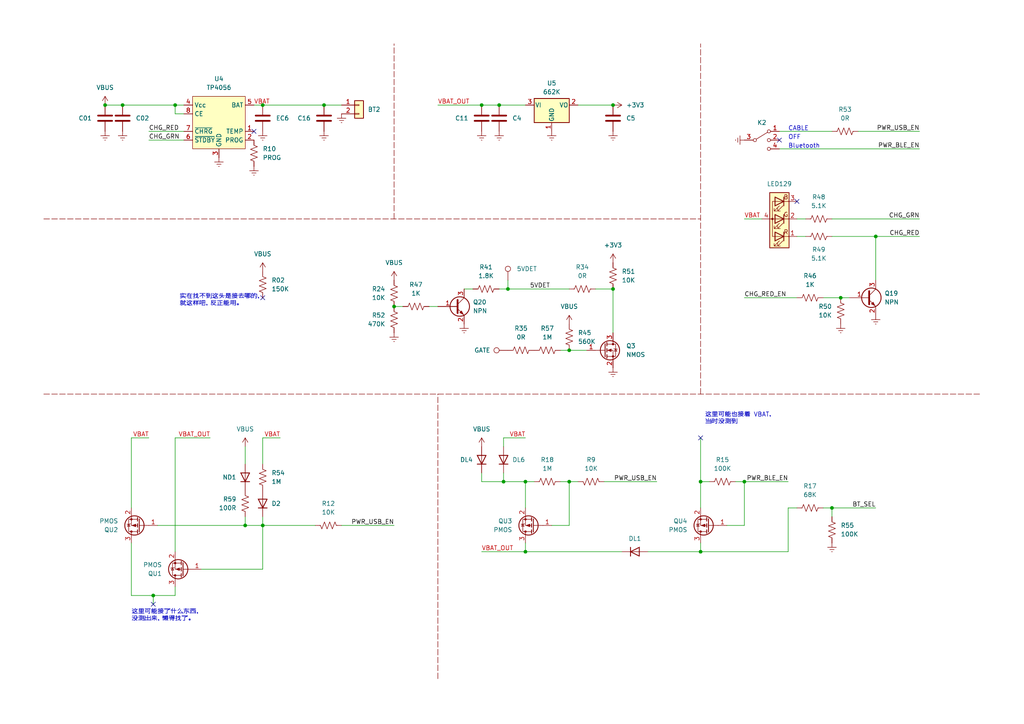
<source format=kicad_sch>
(kicad_sch (version 20230121) (generator eeschema)
  (paper "A4")
  (title_block (title "Keychron K3 Pro") (date "2023-07-04"))
  (lib_symbols
    (symbol "Connector:TestPoint" (pin_numbers hide) (pin_names (offset 0.762) hide)
      (property "Reference" "TP" (at 0 6.858 0))
      (property "Value" "TestPoint" (at 0 5.08 0))
      (symbol "TestPoint_0_1"
        (circle (center 0 3.302) (radius 0.762))
      )
      (symbol "TestPoint_1_1"
        (pin passive line (at 0 0 90) (length 2.54) (name "1") (number "1"))
      )
    )
    (symbol "Connector_Generic:Conn_01x02" (pin_names (offset 1.016) hide)
      (property "Reference" "J" (at 0 2.54 0))
      (property "Value" "Conn_01x02" (at 0 -5.08 0))
      (symbol "Conn_01x02_1_1"
        (rectangle (start -1.27 -2.413) (end 0 -2.667) (stroke (width 0.1524)))
        (rectangle (start -1.27 0.127) (end 0 -0.127) (stroke (width 0.1524)))
        (rectangle (start -1.27 1.27) (end 1.27 -3.81) (stroke (width 0.254)) (fill (type background)))
        (pin passive line (at -5.08 0 0) (length 3.81) (name "Pin_1") (number "1"))
        (pin passive line (at -5.08 -2.54 0) (length 3.81) (name "Pin_2") (number "2"))
      )
    )
    (symbol "Device:C" (pin_numbers hide) (pin_names (offset 0.254))
      (property "Reference" "C" (at 0.635 2.54 0))
      (property "Value" "C" (at 0.635 -2.54 0))
      (symbol "C_0_1"
        (polyline (pts (xy -2.032 -0.762) (xy 2.032 -0.762)) (stroke (width 0.508)))
        (polyline (pts (xy -2.032 0.762) (xy 2.032 0.762)) (stroke (width 0.508)))
      )
      (symbol "C_1_1"
        (pin passive line (at 0 3.81 270) (length 2.794) (name "~") (number "1"))
        (pin passive line (at 0 -3.81 90) (length 2.794) (name "~") (number "2"))
      )
    )
    (symbol "Device:D" (pin_numbers hide) (pin_names (offset 1.016) hide)
      (property "Reference" "D" (at 0 2.54 0))
      (property "Value" "D" (at 0 -2.54 0))
      (symbol "D_0_1"
        (polyline (pts (xy -1.27 1.27) (xy -1.27 -1.27)) (stroke (width 0.254)))
        (polyline (pts (xy 1.27 0) (xy -1.27 0)))
        (polyline (pts (xy 1.27 1.27) (xy 1.27 -1.27) (xy -1.27 0) (xy 1.27 1.27)) (stroke (width 0.254)))
      )
      (symbol "D_1_1"
        (pin passive line (at -3.81 0 0) (length 2.54) (name "K") (number "1"))
        (pin passive line (at 3.81 0 180) (length 2.54) (name "A") (number "2"))
      )
    )
    (symbol "Device:LED_RGBA" (pin_names (offset 0) hide)
      (property "Reference" "D" (at 0 9.398 0))
      (property "Value" "LED_RGBA" (at 0 -8.89 0))
      (symbol "LED_RGBA_0_0"
        (text "B" (at -1.905 -6.35 0) (effects (font (size 1.27 1.27))))
        (text "G" (at -1.905 -1.27 0) (effects (font (size 1.27 1.27))))
        (text "R" (at -1.905 3.81 0) (effects (font (size 1.27 1.27))))
      )
      (symbol "LED_RGBA_0_1"
        (polyline (pts (xy -1.27 -5.08) (xy -2.54 -5.08)))
        (polyline (pts (xy -1.27 -5.08) (xy 1.27 -5.08)))
        (polyline (pts (xy -1.27 -3.81) (xy -1.27 -6.35)) (stroke (width 0.254)))
        (polyline (pts (xy -1.27 0) (xy -2.54 0)))
        (polyline (pts (xy -1.27 1.27) (xy -1.27 -1.27)) (stroke (width 0.254)))
        (polyline (pts (xy -1.27 5.08) (xy -2.54 5.08)))
        (polyline (pts (xy -1.27 5.08) (xy 1.27 5.08)))
        (polyline (pts (xy -1.27 6.35) (xy -1.27 3.81)) (stroke (width 0.254)))
        (polyline (pts (xy 1.27 0) (xy -1.27 0)))
        (polyline (pts (xy 1.27 0) (xy 2.54 0)))
        (polyline (pts (xy -1.27 1.27) (xy -1.27 -1.27) (xy -1.27 -1.27)))
        (polyline (pts (xy -1.27 6.35) (xy -1.27 3.81) (xy -1.27 3.81)))
        (polyline (pts (xy 1.27 -5.08) (xy 2.032 -5.08) (xy 2.032 5.08) (xy 1.27 5.08)))
        (polyline (pts (xy 1.27 -3.81) (xy 1.27 -6.35) (xy -1.27 -5.08) (xy 1.27 -3.81)) (stroke (width 0.254)))
        (polyline (pts (xy 1.27 1.27) (xy 1.27 -1.27) (xy -1.27 0) (xy 1.27 1.27)) (stroke (width 0.254)))
        (polyline (pts (xy 1.27 6.35) (xy 1.27 3.81) (xy -1.27 5.08) (xy 1.27 6.35)) (stroke (width 0.254)))
        (polyline (pts (xy -1.016 -3.81) (xy 0.508 -2.286) (xy -0.254 -2.286) (xy 0.508 -2.286) (xy 0.508 -3.048)))
        (polyline (pts (xy -1.016 1.27) (xy 0.508 2.794) (xy -0.254 2.794) (xy 0.508 2.794) (xy 0.508 2.032)))
        (polyline (pts (xy -1.016 6.35) (xy 0.508 7.874) (xy -0.254 7.874) (xy 0.508 7.874) (xy 0.508 7.112)))
        (polyline (pts (xy 0 -3.81) (xy 1.524 -2.286) (xy 0.762 -2.286) (xy 1.524 -2.286) (xy 1.524 -3.048)))
        (polyline (pts (xy 0 1.27) (xy 1.524 2.794) (xy 0.762 2.794) (xy 1.524 2.794) (xy 1.524 2.032)))
        (polyline (pts (xy 0 6.35) (xy 1.524 7.874) (xy 0.762 7.874) (xy 1.524 7.874) (xy 1.524 7.112)))
        (rectangle (start 1.27 -1.27) (end 1.27 1.27))
        (rectangle (start 1.27 1.27) (end 1.27 1.27))
        (rectangle (start 1.27 3.81) (end 1.27 6.35))
        (rectangle (start 1.27 6.35) (end 1.27 6.35))
        (circle (center 2.032 0) (radius 0.254) (fill (type outline)))
        (rectangle (start 2.794 8.382) (end -2.794 -7.62) (stroke (width 0.254)) (fill (type background)))
      )
      (symbol "LED_RGBA_1_1"
        (pin passive line (at -5.08 5.08 0) (length 2.54) (name "RK") (number "1"))
        (pin passive line (at -5.08 0 0) (length 2.54) (name "GK") (number "2"))
        (pin passive line (at -5.08 -5.08 0) (length 2.54) (name "BK") (number "3"))
        (pin passive line (at 5.08 0 180) (length 2.54) (name "A") (number "4"))
      )
    )
    (symbol "Device:Q_NMOS_GSD" (pin_names (offset 0) hide)
      (property "Reference" "Q" (at 5.08 1.27 0))
      (property "Value" "Q_NMOS_GSD" (at 5.08 -1.27 0))
      (symbol "Q_NMOS_GSD_0_1"
        (polyline (pts (xy 0.254 0) (xy -2.54 0)))
        (polyline (pts (xy 0.254 1.905) (xy 0.254 -1.905)) (stroke (width 0.254)))
        (polyline (pts (xy 0.762 -1.27) (xy 0.762 -2.286)) (stroke (width 0.254)))
        (polyline (pts (xy 0.762 0.508) (xy 0.762 -0.508)) (stroke (width 0.254)))
        (polyline (pts (xy 0.762 2.286) (xy 0.762 1.27)) (stroke (width 0.254)))
        (polyline (pts (xy 2.54 2.54) (xy 2.54 1.778)))
        (polyline (pts (xy 2.54 -2.54) (xy 2.54 0) (xy 0.762 0)))
        (polyline (pts (xy 0.762 -1.778) (xy 3.302 -1.778) (xy 3.302 1.778) (xy 0.762 1.778)))
        (polyline (pts (xy 1.016 0) (xy 2.032 0.381) (xy 2.032 -0.381) (xy 1.016 0)) (fill (type outline)))
        (polyline (pts (xy 2.794 0.508) (xy 2.921 0.381) (xy 3.683 0.381) (xy 3.81 0.254)))
        (polyline (pts (xy 3.302 0.381) (xy 2.921 -0.254) (xy 3.683 -0.254) (xy 3.302 0.381)))
        (circle (center 1.651 0) (radius 2.794) (stroke (width 0.254)))
        (circle (center 2.54 -1.778) (radius 0.254) (fill (type outline)))
        (circle (center 2.54 1.778) (radius 0.254) (fill (type outline)))
      )
      (symbol "Q_NMOS_GSD_1_1"
        (pin input line (at -5.08 0 0) (length 2.54) (name "G") (number "1"))
        (pin passive line (at 2.54 -5.08 90) (length 2.54) (name "S") (number "2"))
        (pin passive line (at 2.54 5.08 270) (length 2.54) (name "D") (number "3"))
      )
    )
    (symbol "Device:Q_NPN_BEC" (pin_names (offset 0) hide)
      (property "Reference" "Q" (at 5.08 1.27 0))
      (property "Value" "Q_NPN_BEC" (at 5.08 -1.27 0))
      (symbol "Q_NPN_BEC_0_1"
        (polyline (pts (xy 0.635 0.635) (xy 2.54 2.54)))
        (polyline (pts (xy 0.635 -0.635) (xy 2.54 -2.54) (xy 2.54 -2.54)))
        (polyline (pts (xy 0.635 1.905) (xy 0.635 -1.905) (xy 0.635 -1.905)) (stroke (width 0.508)))
        (polyline (pts (xy 1.27 -1.778) (xy 1.778 -1.27) (xy 2.286 -2.286) (xy 1.27 -1.778) (xy 1.27 -1.778)) (fill (type outline)))
        (circle (center 1.27 0) (radius 2.8194) (stroke (width 0.254)))
      )
      (symbol "Q_NPN_BEC_1_1"
        (pin input line (at -5.08 0 0) (length 5.715) (name "B") (number "1"))
        (pin passive line (at 2.54 -5.08 90) (length 2.54) (name "E") (number "2"))
        (pin passive line (at 2.54 5.08 270) (length 2.54) (name "C") (number "3"))
      )
    )
    (symbol "Device:Q_PMOS_GSD" (pin_names (offset 0) hide)
      (property "Reference" "Q" (at 5.08 1.27 0))
      (property "Value" "Q_PMOS_GSD" (at 5.08 -1.27 0))
      (symbol "Q_PMOS_GSD_0_1"
        (polyline (pts (xy 0.254 0) (xy -2.54 0)))
        (polyline (pts (xy 0.254 1.905) (xy 0.254 -1.905)) (stroke (width 0.254)))
        (polyline (pts (xy 0.762 -1.27) (xy 0.762 -2.286)) (stroke (width 0.254)))
        (polyline (pts (xy 0.762 0.508) (xy 0.762 -0.508)) (stroke (width 0.254)))
        (polyline (pts (xy 0.762 2.286) (xy 0.762 1.27)) (stroke (width 0.254)))
        (polyline (pts (xy 2.54 2.54) (xy 2.54 1.778)))
        (polyline (pts (xy 2.54 -2.54) (xy 2.54 0) (xy 0.762 0)))
        (polyline (pts (xy 0.762 1.778) (xy 3.302 1.778) (xy 3.302 -1.778) (xy 0.762 -1.778)))
        (polyline (pts (xy 2.286 0) (xy 1.27 0.381) (xy 1.27 -0.381) (xy 2.286 0)) (fill (type outline)))
        (polyline (pts (xy 2.794 -0.508) (xy 2.921 -0.381) (xy 3.683 -0.381) (xy 3.81 -0.254)))
        (polyline (pts (xy 3.302 -0.381) (xy 2.921 0.254) (xy 3.683 0.254) (xy 3.302 -0.381)))
        (circle (center 1.651 0) (radius 2.794) (stroke (width 0.254)))
        (circle (center 2.54 -1.778) (radius 0.254) (fill (type outline)))
        (circle (center 2.54 1.778) (radius 0.254) (fill (type outline)))
      )
      (symbol "Q_PMOS_GSD_1_1"
        (pin input line (at -5.08 0 0) (length 2.54) (name "G") (number "1"))
        (pin passive line (at 2.54 -5.08 90) (length 2.54) (name "S") (number "2"))
        (pin passive line (at 2.54 5.08 270) (length 2.54) (name "D") (number "3"))
      )
    )
    (symbol "Device:R_US" (pin_numbers hide) (pin_names (offset 0))
      (property "Reference" "R" (at 2.54 0 90))
      (property "Value" "R_US" (at -2.54 0 90))
      (symbol "R_US_0_1"
        (polyline (pts (xy 0 -2.286) (xy 0 -2.54)))
        (polyline (pts (xy 0 2.286) (xy 0 2.54)))
        (polyline (pts (xy 0 -0.762) (xy 1.016 -1.143) (xy 0 -1.524) (xy -1.016 -1.905) (xy 0 -2.286)))
        (polyline (pts (xy 0 0.762) (xy 1.016 0.381) (xy 0 0) (xy -1.016 -0.381) (xy 0 -0.762)))
        (polyline (pts (xy 0 2.286) (xy 1.016 1.905) (xy 0 1.524) (xy -1.016 1.143) (xy 0 0.762)))
      )
      (symbol "R_US_1_1"
        (pin passive line (at 0 3.81 270) (length 1.27) (name "~") (number "1"))
        (pin passive line (at 0 -3.81 90) (length 1.27) (name "~") (number "2"))
      )
    )
    (symbol "JLC-SMT:TP4056"
      (property "Reference" "U" (at 0 11.43 0))
      (property "Value" "TP4056" (at 0 8.89 0))
      (symbol "TP4056_1_1"
        (rectangle (start -7.62 7.62) (end 7.62 -7.62) (fill (type background)))
        (pin input line (at 10.16 -2.54 180) (length 2.54) (name "TEMP") (number "1"))
        (pin passive line (at 10.16 -5.08 180) (length 2.54) (name "PROG") (number "2"))
        (pin power_in line (at 0 -10.16 90) (length 2.54) (name "GND") (number "3"))
        (pin power_in line (at -10.16 5.08 0) (length 2.54) (name "Vcc") (number "4"))
        (pin power_out line (at 10.16 5.08 180) (length 2.54) (name "BAT") (number "5"))
        (pin output line (at -10.16 -5.08 0) (length 2.54) (name "~{STDBY}") (number "6"))
        (pin output line (at -10.16 -2.54 0) (length 2.54) (name "~{CHRG}") (number "7"))
        (pin input line (at -10.16 2.54 0) (length 2.54) (name "CE") (number "8"))
      )
    )
    (symbol "Regulator_Linear:XC6206PxxxMR" (pin_names (offset 0.254))
      (property "Reference" "U" (at -3.81 3.175 0))
      (property "Value" "XC6206PxxxMR" (at 0 3.175 0))
      (symbol "XC6206PxxxMR_0_1"
        (rectangle (start -5.08 1.905) (end 5.08 -5.08) (stroke (width 0.254)) (fill (type background)))
      )
      (symbol "XC6206PxxxMR_1_1"
        (pin power_in line (at 0 -7.62 90) (length 2.54) (name "GND") (number "1"))
        (pin power_out line (at 7.62 0 180) (length 2.54) (name "VO") (number "2"))
        (pin power_in line (at -7.62 0 0) (length 2.54) (name "VI") (number "3"))
      )
    )
    (symbol "Switch:SW_SP3T" (pin_names (offset 0) hide)
      (property "Reference" "SW" (at 0 5.08 0))
      (property "Value" "SW_SP3T" (at 0 -5.08 0))
      (symbol "SW_SP3T_0_1"
        (circle (center -2.032 0) (radius 0.4572))
        (polyline (pts (xy -1.651 0.254) (xy 1.651 2.286)))
        (circle (center 2.032 -2.54) (radius 0.4572))
        (circle (center 2.032 0) (radius 0.4572))
        (circle (center 2.032 2.54) (radius 0.4572))
      )
      (symbol "SW_SP3T_1_1"
        (pin passive line (at 5.08 2.54 180) (length 2.54) (name "1") (number "1"))
        (pin passive line (at 5.08 0 180) (length 2.54) (name "2") (number "2"))
        (pin passive line (at -5.08 0 0) (length 2.54) (name "3") (number "3"))
        (pin passive line (at 5.08 -2.54 180) (length 2.54) (name "4") (number "4"))
      )
    )
    (symbol "power:+3V3" (power) (pin_names (offset 0))
      (property "Value" "+3V3" (at 0 3.556 0))
      (symbol "+3V3_0_1"
        (polyline (pts (xy -0.762 1.27) (xy 0 2.54)))
        (polyline (pts (xy 0 0) (xy 0 2.54)))
        (polyline (pts (xy 0 2.54) (xy 0.762 1.27)))
      )
      (symbol "+3V3_1_1"
        (pin power_in line (at 0 0 90) (length 0) hide (name "+3V3") (number "1"))
      )
    )
    (symbol "power:GNDREF" (power) (pin_names (offset 0))
      (property "Value" "GNDREF" (at 0 -3.81 0))
      (symbol "GNDREF_0_1"
        (polyline (pts (xy -0.635 -1.905) (xy 0.635 -1.905)))
        (polyline (pts (xy -0.127 -2.54) (xy 0.127 -2.54)))
        (polyline (pts (xy 0 -1.27) (xy 0 0)))
        (polyline (pts (xy 1.27 -1.27) (xy -1.27 -1.27)))
      )
      (symbol "GNDREF_1_1"
        (pin power_in line (at 0 0 270) (length 0) hide (name "GNDREF") (number "1"))
      )
    )
    (symbol "power:VBUS" (power) (pin_names (offset 0))
      (property "Value" "VBUS" (at 0 3.81 0))
      (symbol "VBUS_0_1"
        (polyline (pts (xy -0.762 1.27) (xy 0 2.54)))
        (polyline (pts (xy 0 0) (xy 0 2.54)))
        (polyline (pts (xy 0 2.54) (xy 0.762 1.27)))
      )
      (symbol "VBUS_1_1"
        (pin power_in line (at 0 0 90) (length 0) hide (name "VBUS") (number "1"))
      )
    )
  )
  (junction (at 76.2 30.48))
  (junction (at 144.78 30.48))
  (junction (at 139.7 30.48))
  (junction (at 177.8 30.48))
  (junction (at 44.45 172.72))
  (junction (at 35.56 30.48))
  (junction (at 50.8 30.48))
  (junction (at 71.12 152.4))
  (junction (at 147.32 83.82))
  (junction (at 243.84 86.36))
  (junction (at 203.2 160.02))
  (junction (at 93.98 30.48))
  (junction (at 114.3 88.9))
  (junction (at 146.05 139.7))
  (junction (at 165.1 101.6))
  (junction (at 30.48 30.48))
  (junction (at 76.2 152.4))
  (junction (at 254 68.58))
  (junction (at 152.4 160.02))
  (junction (at 165.1 139.7))
  (junction (at 177.8 83.82))
  (junction (at 152.4 139.7))
  (junction (at 203.2 139.7))
  (junction (at 241.3 147.32))
  (junction (at 215.9 139.7))
  (no_connect (at 231.14 58.42))
  (no_connect (at 226.06 40.64))
  (no_connect (at 44.45 175.26))
  (no_connect (at 73.66 38.1))
  (no_connect (at 76.2 86.36))
  (no_connect (at 203.2 127))
  (wire (pts (xy 76.2 152.4) (xy 76.2 165.1)))
  (wire (pts (xy 203.2 127) (xy 203.2 139.7)))
  (wire (pts (xy 71.12 149.86) (xy 71.12 152.4)))
  (wire (pts (xy 233.68 63.5) (xy 231.14 63.5)))
  (wire (pts (xy 76.2 127) (xy 81.28 127)))
  (wire (pts (xy 144.78 83.82) (xy 147.32 83.82)))
  (wire (pts (xy 38.1 127) (xy 43.18 127)))
  (wire (pts (xy 58.42 165.1) (xy 76.2 165.1)))
  (wire (pts (xy 76.2 149.86) (xy 76.2 152.4)))
  (wire (pts (xy 152.4 160.02) (xy 180.34 160.02)))
  (wire (pts (xy 114.3 88.9) (xy 116.84 88.9)))
  (wire (pts (xy 228.6 147.32) (xy 228.6 160.02)))
  (wire (pts (xy 215.9 86.36) (xy 231.14 86.36)))
  (wire (pts (xy 215.9 139.7) (xy 228.6 139.7)))
  (wire (pts (xy 45.72 152.4) (xy 71.12 152.4)))
  (wire (pts (xy 73.66 30.48) (xy 76.2 30.48)))
  (wire (pts (xy 76.2 134.62) (xy 76.2 127)))
  (wire (pts (xy 114.3 152.4) (xy 99.06 152.4)))
  (wire (pts (xy 154.94 139.7) (xy 152.4 139.7)))
  (wire (pts (xy 254 68.58) (xy 266.7 68.58)))
  (polyline (pts (xy 12.7 63.5) (xy 203.2 63.5)) (stroke (width 0) (type dash) (color 132 0 0 1)))
  (polyline (pts (xy 203.2 114.3) (xy 203.2 12.7)) (stroke (width 0) (type dash) (color 132 0 0 1)))
  (polyline (pts (xy 12.7 114.3) (xy 284.48 114.3)) (stroke (width 0) (type dash) (color 132 0 0 1)))
  (wire (pts (xy 226.06 43.18) (xy 266.7 43.18)))
  (wire (pts (xy 241.3 147.32) (xy 254 147.32)))
  (wire (pts (xy 190.5 139.7) (xy 175.26 139.7)))
  (wire (pts (xy 44.45 172.72) (xy 50.8 172.72)))
  (wire (pts (xy 50.8 30.48) (xy 53.34 30.48)))
  (wire (pts (xy 71.12 129.54) (xy 71.12 134.62)))
  (wire (pts (xy 134.62 83.82) (xy 137.16 83.82)))
  (wire (pts (xy 146.05 137.16) (xy 146.05 139.7)))
  (wire (pts (xy 162.56 101.6) (xy 165.1 101.6)))
  (polyline (pts (xy 127 196.85) (xy 127 114.3)) (stroke (width 0) (type dash) (color 132 0 0 1)))
  (wire (pts (xy 165.1 139.7) (xy 165.1 152.4)))
  (wire (pts (xy 139.7 30.48) (xy 144.78 30.48)))
  (wire (pts (xy 139.7 137.16) (xy 139.7 139.7)))
  (wire (pts (xy 165.1 152.4) (xy 160.02 152.4)))
  (wire (pts (xy 233.68 68.58) (xy 231.14 68.58)))
  (wire (pts (xy 246.38 86.36) (xy 243.84 86.36)))
  (wire (pts (xy 187.96 160.02) (xy 203.2 160.02)))
  (wire (pts (xy 152.4 127) (xy 146.05 127)))
  (wire (pts (xy 38.1 157.48) (xy 38.1 172.72)))
  (wire (pts (xy 43.18 40.64) (xy 53.34 40.64)))
  (polyline (pts (xy 114.3 63.5) (xy 114.3 12.7)) (stroke (width 0) (type dash) (color 132 0 0 1)))
  (wire (pts (xy 213.36 139.7) (xy 215.9 139.7)))
  (wire (pts (xy 203.2 160.02) (xy 228.6 160.02)))
  (wire (pts (xy 50.8 33.02) (xy 50.8 30.48)))
  (wire (pts (xy 144.78 30.48) (xy 152.4 30.48)))
  (wire (pts (xy 127 30.48) (xy 139.7 30.48)))
  (wire (pts (xy 165.1 139.7) (xy 162.56 139.7)))
  (wire (pts (xy 93.98 30.48) (xy 99.06 30.48)))
  (wire (pts (xy 165.1 101.6) (xy 170.18 101.6)))
  (wire (pts (xy 76.2 30.48) (xy 93.98 30.48)))
  (wire (pts (xy 238.76 147.32) (xy 241.3 147.32)))
  (wire (pts (xy 203.2 157.48) (xy 203.2 160.02)))
  (wire (pts (xy 203.2 139.7) (xy 203.2 147.32)))
  (wire (pts (xy 152.4 157.48) (xy 152.4 160.02)))
  (wire (pts (xy 147.32 83.82) (xy 165.1 83.82)))
  (wire (pts (xy 91.44 152.4) (xy 76.2 152.4)))
  (wire (pts (xy 241.3 63.5) (xy 266.7 63.5)))
  (wire (pts (xy 177.8 83.82) (xy 177.8 96.52)))
  (wire (pts (xy 139.7 139.7) (xy 146.05 139.7)))
  (wire (pts (xy 43.18 38.1) (xy 53.34 38.1)))
  (wire (pts (xy 38.1 127) (xy 38.1 147.32)))
  (wire (pts (xy 203.2 139.7) (xy 205.74 139.7)))
  (wire (pts (xy 50.8 127) (xy 60.96 127)))
  (wire (pts (xy 248.92 38.1) (xy 266.7 38.1)))
  (wire (pts (xy 228.6 147.32) (xy 231.14 147.32)))
  (wire (pts (xy 139.7 160.02) (xy 152.4 160.02)))
  (wire (pts (xy 44.45 172.72) (xy 44.45 175.26)))
  (wire (pts (xy 226.06 38.1) (xy 241.3 38.1)))
  (wire (pts (xy 50.8 127) (xy 50.8 160.02)))
  (wire (pts (xy 35.56 30.48) (xy 50.8 30.48)))
  (wire (pts (xy 254 68.58) (xy 254 81.28)))
  (wire (pts (xy 38.1 172.72) (xy 44.45 172.72)))
  (wire (pts (xy 238.76 86.36) (xy 243.84 86.36)))
  (wire (pts (xy 146.05 129.54) (xy 146.05 127)))
  (wire (pts (xy 30.48 30.48) (xy 35.56 30.48)))
  (wire (pts (xy 167.64 30.48) (xy 177.8 30.48)))
  (wire (pts (xy 71.12 152.4) (xy 76.2 152.4)))
  (wire (pts (xy 53.34 33.02) (xy 50.8 33.02)))
  (wire (pts (xy 210.82 152.4) (xy 215.9 152.4)))
  (wire (pts (xy 172.72 83.82) (xy 177.8 83.82)))
  (wire (pts (xy 147.32 81.28) (xy 147.32 83.82)))
  (wire (pts (xy 146.05 139.7) (xy 152.4 139.7)))
  (wire (pts (xy 241.3 68.58) (xy 254 68.58)))
  (wire (pts (xy 215.9 139.7) (xy 215.9 152.4)))
  (wire (pts (xy 167.64 139.7) (xy 165.1 139.7)))
  (wire (pts (xy 50.8 172.72) (xy 50.8 170.18)))
  (wire (pts (xy 152.4 139.7) (xy 152.4 147.32)))
  (wire (pts (xy 241.3 149.86) (xy 241.3 147.32)))
  (wire (pts (xy 215.9 63.5) (xy 220.98 63.5)))
  (wire (pts (xy 124.46 88.9) (xy 127 88.9)))
  (text "实在找不到这头是接去哪的，\n就这样吧，反正能用。" (at 52.07 88.9 0) (effects (font (size 1.27 1.27)) (justify left bottom)))
  (text "OFF" (at 228.6 40.64 0) (effects (font (size 1.27 1.27)) (justify left bottom)))
  (text "这里可能也接着 VBAT，\n当时没测到" (at 204.47 123.19 0) (effects (font (size 1.27 1.27)) (justify left bottom)))
  (text "CABLE" (at 228.6 38.1 0) (effects (font (size 1.27 1.27)) (justify left bottom)))
  (text "Bluetooth" (at 228.6 43.18 0) (effects (font (size 1.27 1.27)) (justify left bottom)))
  (text "这里可能接了什么东西，\n没测出来，懒得找了。" (at 38.1 180.34 0) (effects (font (size 1.27 1.27)) (justify left bottom)))
  (label "BT_SEL" (at 254 147.32 180))
  (label "CHG_RED" (at 43.18 38.1 0))
  (label "VBAT" (at 43.18 127 180))
  (label "CHG_RED" (at 266.7 68.58 180))
  (label "VBAT" (at 81.28 127 180))
  (label "PWR_USB_EN" (at 266.7 38.1 180))
  (label "CHG_GRN" (at 43.18 40.64 0))
  (label "5VDET" (at 153.67 83.82 0))
  (label "PWR_USB_EN" (at 114.3 152.4 180))
  (label "PWR_USB_EN" (at 190.5 139.7 180))
  (label "CHG_GRN" (at 266.7 63.5 180))
  (label "VBAT" (at 73.66 30.48 0))
  (label "CHG_RED_EN" (at 215.9 86.36 0))
  (label "VBAT_OUT" (at 60.96 127 180))
  (label "VBAT_OUT" (at 127 30.48 0))
  (label "VBAT" (at 152.4 127 180))
  (label "PWR_BLE_EN" (at 228.6 139.7 180))
  (label "VBAT_OUT" (at 139.7 160.02 0))
  (label "VBAT" (at 215.9 63.5 0))
  (label "PWR_BLE_EN" (at 266.7 43.18 180))
  (symbol (lib_id "power:GNDREF") (at 76.2 38.1 0) (unit 1)
    (property "Reference" "#PWR03" (effects hide))
    (property "Value" "GNDREF" (effects hide))
    (instances (project "K3PRO" (path "" (reference "#PWR03") (unit 1)) (path "" (reference "#PWR062") (unit 1))))
  )
  (symbol (lib_id "Device:R_US") (at 237.49 68.58 90) (unit 1)
    (property "Reference" "R49" (at 237.49 72.39 90))
    (property "Value" "5.1K" (at 237.49 74.93 90))
  )
  (symbol (lib_id "Switch:SW_SP3T") (at 220.98 40.64 0) (unit 1)
    (property "Reference" "K2" (at 220.98 35.56 0))
    (property "Value" "SW_SP3T" (effects hide))
  )
  (symbol (lib_id "Device:D") (at 139.7 133.35 90) (unit 1)
    (property "Reference" "DL4" (at 137.16 133.35 90) (effects (justify left)))
    (property "Value" "D" (effects hide))
    (property "Sim.Device" "D" (effects hide))
    (property "Sim.Pins" "1=K 2=A" (effects hide))
  )
  (symbol (lib_id "power:GNDREF") (at 177.8 106.68 0) (unit 1)
    (property "Reference" "#PWR03" (effects hide))
    (property "Value" "GNDREF" (effects hide))
    (instances (project "K3PRO" (path "" (reference "#PWR03") (unit 1)) (path "" (reference "#PWR084") (unit 1))))
  )
  (symbol (lib_id "Regulator_Linear:XC6206PxxxMR") (at 160.02 30.48 0) (unit 1)
    (property "Reference" "U5" (at 160.02 24.13 0))
    (property "Value" "662K" (at 160.02 26.67 0))
    (property "Footprint" "Package_TO_SOT_SMD:SOT-23-3" (effects hide))
    (property "Datasheet" "https://www.torexsemi.com/file/xc6206/XC6206.pdf" (effects hide))
  )
  (symbol (lib_id "power:+3V3") (at 177.8 76.2 0) (unit 1)
    (property "Reference" "#PWR086" (effects hide))
    (property "Value" "+3V3" (at 177.8 71.12 0))
  )
  (symbol (lib_id "power:VBUS") (at 114.3 81.28 0) (unit 1)
    (property "Reference" "#PWR088" (effects hide))
    (property "Value" "VBUS" (at 114.3 76.2 0))
  )
  (symbol (lib_id "Device:D") (at 184.15 160.02 0) (unit 1)
    (property "Reference" "DL1" (at 184.15 156.21 0))
    (property "Value" "D" (effects hide))
    (property "Sim.Device" "D" (effects hide))
    (property "Sim.Pins" "1=K 2=A" (effects hide))
  )
  (symbol (lib_id "Device:R_US") (at 241.3 153.67 180) (unit 1)
    (property "Reference" "R55" (at 243.84 152.4 0) (effects (justify right)))
    (property "Value" "100K" (at 243.84 154.94 0) (effects (justify right)))
  )
  (symbol (lib_id "Device:R_US") (at 177.8 80.01 180) (unit 1)
    (property "Reference" "R51" (at 180.34 78.74 0) (effects (justify right)))
    (property "Value" "10K" (at 180.34 81.28 0) (effects (justify right)))
  )
  (symbol (lib_id "Device:R_US") (at 114.3 92.71 0) (unit 1)
    (property "Reference" "R52" (at 111.76 91.44 0) (effects (justify right)))
    (property "Value" "470K" (at 111.76 93.98 0) (effects (justify right)))
  )
  (symbol (lib_id "Device:R_US") (at 76.2 82.55 0) (unit 1)
    (property "Reference" "R02" (at 78.74 81.28 0) (effects (justify left)))
    (property "Value" "150K" (at 78.74 83.82 0) (effects (justify left)))
  )
  (symbol (lib_id "power:GNDREF") (at 35.56 38.1 0) (unit 1)
    (property "Reference" "#PWR03" (effects hide))
    (property "Value" "GNDREF" (effects hide))
    (instances (project "K3PRO" (path "" (reference "#PWR03") (unit 1)) (path "" (reference "#PWR065") (unit 1))))
  )
  (symbol (lib_id "power:GNDREF") (at 160.02 38.1 0) (unit 1)
    (property "Reference" "#PWR071" (effects hide))
    (property "Value" "GNDREF" (effects hide))
    (instances (project "K3PRO" (path "" (reference "#PWR071") (unit 1)) (path "" (reference "#PWR077") (unit 1))))
  )
  (symbol (lib_id "Device:R_US") (at 76.2 138.43 180) (unit 1)
    (property "Reference" "R54" (at 78.74 137.16 0) (effects (justify right)))
    (property "Value" "1M" (at 78.74 139.7 0) (effects (justify right)))
  )
  (symbol (lib_id "Device:R_US") (at 234.95 86.36 90) (unit 1)
    (property "Reference" "R46" (at 234.95 80.01 90))
    (property "Value" "1K" (at 234.95 82.55 90))
  )
  (symbol (lib_id "Device:R_US") (at 120.65 88.9 270) (unit 1)
    (property "Reference" "R47" (at 120.65 82.55 90))
    (property "Value" "1K" (at 120.65 85.09 90))
  )
  (symbol (lib_id "Device:R_US") (at 234.95 147.32 90) (unit 1)
    (property "Reference" "R17" (at 234.95 140.97 90))
    (property "Value" "68K" (at 234.95 143.51 90))
  )
  (symbol (lib_id "power:VBUS") (at 139.7 129.54 0) (unit 1)
    (property "Reference" "#PWR094" (effects hide))
    (property "Value" "VBUS" (at 139.7 124.46 0))
  )
  (symbol (lib_id "power:VBUS") (at 71.12 129.54 0) (unit 1)
    (property "Reference" "#PWR039" (effects hide))
    (property "Value" "VBUS" (at 71.12 124.46 0))
  )
  (symbol (lib_id "Device:R_US") (at 71.12 146.05 180) (unit 1)
    (property "Reference" "R59" (at 68.58 144.78 0) (effects (justify left)))
    (property "Value" "100R" (at 68.58 147.32 0) (effects (justify left)))
  )
  (symbol (lib_id "Device:Q_PMOS_GSD") (at 154.94 152.4 180) (unit 1)
    (property "Reference" "QU3" (at 148.59 151.13 0) (effects (justify left)))
    (property "Value" "PMOS" (at 148.59 153.67 0) (effects (justify left)))
  )
  (symbol (lib_id "power:GNDREF") (at 177.8 38.1 0) (unit 1)
    (property "Reference" "#PWR074" (effects hide))
    (property "Value" "GNDREF" (effects hide))
    (instances (project "K3PRO" (path "" (reference "#PWR074") (unit 1)) (path "" (reference "#PWR095") (unit 1))))
  )
  (symbol (lib_id "power:GNDREF") (at 99.06 33.02 0) (unit 1)
    (property "Reference" "#PWR03" (effects hide))
    (property "Value" "GNDREF" (effects hide))
    (instances (project "K3PRO" (path "" (reference "#PWR03") (unit 1)) (path "" (reference "#PWR060") (unit 1))))
  )
  (symbol (lib_id "Device:R_US") (at 158.75 139.7 90) (unit 1)
    (property "Reference" "R18" (at 158.75 133.35 90))
    (property "Value" "1M" (at 158.75 135.89 90))
  )
  (symbol (lib_id "power:GNDREF") (at 254 91.44 0) (unit 1)
    (property "Reference" "#PWR03" (effects hide))
    (property "Value" "GNDREF" (effects hide))
    (instances (project "K3PRO" (path "" (reference "#PWR03") (unit 1)) (path "" (reference "#PWR092") (unit 1))))
  )
  (symbol (lib_id "power:VBUS") (at 76.2 78.74 0) (unit 1)
    (property "Reference" "#PWR089" (effects hide))
    (property "Value" "VBUS" (at 76.2 73.66 0))
  )
  (symbol (lib_id "power:GNDREF") (at 114.3 96.52 0) (unit 1)
    (property "Reference" "#PWR03" (effects hide))
    (property "Value" "GNDREF" (effects hide))
    (instances (project "K3PRO" (path "" (reference "#PWR03") (unit 1)) (path "" (reference "#PWR090") (unit 1))))
  )
  (symbol (lib_id "Connector:TestPoint") (at 147.32 81.28 0) (unit 1)
    (property "Reference" "TP4" (effects hide))
    (property "Value" "5VDET" (at 149.86 77.978 0) (effects (justify left)))
  )
  (symbol (lib_id "power:VBUS") (at 165.1 93.98 0) (unit 1)
    (property "Reference" "#PWR085" (effects hide))
    (property "Value" "VBUS" (at 165.1 88.9 0))
  )
  (symbol (lib_id "Device:R_US") (at 243.84 90.17 0) (unit 1)
    (property "Reference" "R50" (at 241.3 88.9 0) (effects (justify right)))
    (property "Value" "10K" (at 241.3 91.44 0) (effects (justify right)))
  )
  (symbol (lib_id "Device:LED_RGBA") (at 226.06 63.5 180) (unit 1)
    (property "Reference" "LED129" (at 226.06 53.34 0))
    (property "Value" "LED_RGBA" (effects hide))
  )
  (symbol (lib_id "power:GNDREF") (at 73.66 48.26 0) (unit 1)
    (property "Reference" "#PWR03" (effects hide))
    (property "Value" "GNDREF" (effects hide))
    (instances (project "K3PRO" (path "" (reference "#PWR03") (unit 1)) (path "" (reference "#PWR067") (unit 1))))
  )
  (symbol (lib_id "Device:Q_PMOS_GSD") (at 53.34 165.1 180) (unit 1)
    (property "Reference" "QU1" (at 46.99 166.37 0) (effects (justify left)))
    (property "Value" "PMOS" (at 46.99 163.83 0) (effects (justify left)))
  )
  (symbol (lib_id "Device:R_US") (at 95.25 152.4 90) (mirror x) (unit 1)
    (property "Reference" "R12" (at 95.25 146.05 90))
    (property "Value" "10K" (at 95.25 148.59 90))
  )
  (symbol (lib_id "Connector:TestPoint") (at 147.32 101.6 90) (unit 1)
    (property "Reference" "TP1" (effects hide))
    (property "Value" "GATE" (at 142.24 101.6 90) (effects (justify left)))
  )
  (symbol (lib_id "power:GNDREF") (at 93.98 38.1 0) (unit 1)
    (property "Reference" "#PWR03" (effects hide))
    (property "Value" "GNDREF" (effects hide))
    (instances (project "K3PRO" (path "" (reference "#PWR03") (unit 1)) (path "" (reference "#PWR061") (unit 1))))
  )
  (symbol (lib_id "power:GNDREF") (at 144.78 38.1 0) (unit 1)
    (property "Reference" "#PWR073" (effects hide))
    (property "Value" "GNDREF" (effects hide))
    (instances (project "K3PRO" (path "" (reference "#PWR073") (unit 1)) (path "" (reference "#PWR042") (unit 1))))
  )
  (symbol (lib_id "Device:R_US") (at 151.13 101.6 270) (unit 1)
    (property "Reference" "R35" (at 151.13 95.25 90))
    (property "Value" "0R" (at 151.13 97.79 90))
  )
  (symbol (lib_id "Device:C") (at 35.56 34.29 0) (unit 1)
    (property "Reference" "C02" (at 39.37 34.29 0) (effects (justify left)))
    (property "Value" "C" (effects hide))
  )
  (symbol (lib_id "power:GNDREF") (at 139.7 38.1 0) (unit 1)
    (property "Reference" "#PWR072" (effects hide))
    (property "Value" "GNDREF" (effects hide))
    (instances (project "K3PRO" (path "" (reference "#PWR072") (unit 1)) (path "" (reference "#PWR040") (unit 1))))
  )
  (symbol (lib_id "Device:C") (at 76.2 34.29 0) (unit 1)
    (property "Reference" "EC6" (at 80.01 34.29 0) (effects (justify left)))
    (property "Value" "C" (effects hide))
  )
  (symbol (lib_id "power:+3V3") (at 177.8 30.48 270) (unit 1)
    (property "Reference" "#PWR075" (effects hide))
    (property "Value" "+3V3" (at 181.61 30.48 90) (effects (justify left)))
    (instances (project "K3PRO" (path "" (reference "#PWR075") (unit 1)) (path "" (reference "#PWR078") (unit 1))))
  )
  (symbol (lib_id "Device:R_US") (at 237.49 63.5 90) (unit 1)
    (property "Reference" "R48" (at 237.49 57.15 90))
    (property "Value" "5.1K" (at 237.49 59.69 90))
  )
  (symbol (lib_id "Device:R_US") (at 171.45 139.7 90) (mirror x) (unit 1)
    (property "Reference" "R9" (at 171.45 133.35 90))
    (property "Value" "10K" (at 171.45 135.89 90))
  )
  (symbol (lib_id "Device:R_US") (at 245.11 38.1 90) (unit 1)
    (property "Reference" "R53" (at 245.11 31.75 90))
    (property "Value" "0R" (at 245.11 34.29 90))
  )
  (symbol (lib_id "power:VBUS") (at 30.48 30.48 0) (unit 1)
    (property "Reference" "#PWR063" (effects hide))
    (property "Value" "VBUS" (at 30.48 25.4 0))
  )
  (symbol (lib_id "Device:R_US") (at 114.3 85.09 0) (unit 1)
    (property "Reference" "R24" (at 111.76 83.82 0) (effects (justify right)))
    (property "Value" "10K" (at 111.76 86.36 0) (effects (justify right)))
  )
  (symbol (lib_id "Device:R_US") (at 140.97 83.82 270) (unit 1)
    (property "Reference" "R41" (at 140.97 77.47 90))
    (property "Value" "1.8K" (at 140.97 80.01 90))
  )
  (symbol (lib_id "Device:C") (at 177.8 34.29 180) (unit 1)
    (property "Reference" "C5" (at 181.61 34.29 0) (effects (justify right)))
    (property "Value" "C" (effects hide))
  )
  (symbol (lib_id "Device:D") (at 76.2 146.05 90) (unit 1)
    (property "Reference" "D2" (at 78.74 146.05 90) (effects (justify right)))
    (property "Value" "D" (effects hide))
    (property "Sim.Device" "D" (effects hide))
    (property "Sim.Pins" "1=K 2=A" (effects hide))
  )
  (symbol (lib_id "Device:C") (at 30.48 34.29 0) (unit 1)
    (property "Reference" "C01" (at 26.67 34.29 0) (effects (justify right)))
    (property "Value" "C" (effects hide))
  )
  (symbol (lib_id "Device:Q_NMOS_GSD") (at 175.26 101.6 0) (unit 1)
    (property "Reference" "Q3" (at 181.61 100.33 0) (effects (justify left)))
    (property "Value" "NMOS" (at 181.61 102.87 0) (effects (justify left)))
  )
  (symbol (lib_id "power:GNDREF") (at 134.62 93.98 0) (unit 1)
    (property "Reference" "#PWR03" (effects hide))
    (property "Value" "GNDREF" (effects hide))
    (instances (project "K3PRO" (path "" (reference "#PWR03") (unit 1)) (path "" (reference "#PWR087") (unit 1))))
  )
  (symbol (lib_id "Device:C") (at 93.98 34.29 0) (unit 1)
    (property "Reference" "C16" (at 90.17 34.29 0) (effects (justify right)))
    (property "Value" "C" (effects hide))
  )
  (symbol (lib_id "Device:Q_NPN_BEC") (at 251.46 86.36 0) (unit 1)
    (property "Reference" "Q19" (at 256.54 85.09 0) (effects (justify left)))
    (property "Value" "NPN" (at 256.54 87.63 0) (effects (justify left)))
  )
  (symbol (lib_id "Device:D") (at 71.12 138.43 90) (unit 1)
    (property "Reference" "ND1" (at 68.58 138.43 90) (effects (justify left)))
    (property "Value" "D" (effects hide))
    (property "Sim.Device" "D" (effects hide))
    (property "Sim.Pins" "1=K 2=A" (effects hide))
    (instances (project "K3PRO" (path "" (reference "ND1") (unit 1)) (path "" (reference "DL5") (unit 1))))
  )
  (symbol (lib_id "Device:R_US") (at 165.1 97.79 0) (unit 1)
    (property "Reference" "R45" (at 167.64 96.52 0) (effects (justify left)))
    (property "Value" "560K" (at 167.64 99.06 0) (effects (justify left)))
  )
  (symbol (lib_id "Device:R_US") (at 209.55 139.7 90) (unit 1)
    (property "Reference" "R15" (at 209.55 133.35 90))
    (property "Value" "100K" (at 209.55 135.89 90))
  )
  (symbol (lib_id "power:GNDREF") (at 30.48 38.1 0) (unit 1)
    (property "Reference" "#PWR03" (effects hide))
    (property "Value" "GNDREF" (effects hide))
    (instances (project "K3PRO" (path "" (reference "#PWR03") (unit 1)) (path "" (reference "#PWR064") (unit 1))))
  )
  (symbol (lib_id "power:GNDREF") (at 215.9 40.64 270) (unit 1)
    (property "Reference" "#PWR083" (effects hide))
    (property "Value" "GNDREF" (effects hide))
  )
  (symbol (lib_id "Connector_Generic:Conn_01x02") (at 104.14 30.48 0) (unit 1)
    (property "Reference" "BT2" (at 106.68 31.75 0) (effects (justify left)))
    (property "Value" "Conn_01x02" (effects hide))
  )
  (symbol (lib_id "Device:Q_NPN_BEC") (at 132.08 88.9 0) (unit 1)
    (property "Reference" "Q20" (at 137.16 87.63 0) (effects (justify left)))
    (property "Value" "NPN" (at 137.16 90.17 0) (effects (justify left)))
  )
  (symbol (lib_id "power:GNDREF") (at 63.5 45.72 0) (unit 1)
    (property "Reference" "#PWR03" (effects hide))
    (property "Value" "GNDREF" (effects hide))
    (instances (project "K3PRO" (path "" (reference "#PWR03") (unit 1)) (path "" (reference "#PWR066") (unit 1))))
  )
  (symbol (lib_id "Device:Q_PMOS_GSD") (at 40.64 152.4 180) (unit 1)
    (property "Reference" "QU2" (at 34.29 153.67 0) (effects (justify left)))
    (property "Value" "PMOS" (at 34.29 151.13 0) (effects (justify left)))
  )
  (symbol (lib_id "Device:R_US") (at 168.91 83.82 270) (unit 1)
    (property "Reference" "R34" (at 168.91 77.47 90))
    (property "Value" "0R" (at 168.91 80.01 90))
  )
  (symbol (lib_id "Device:R_US") (at 73.66 44.45 0) (unit 1)
    (property "Reference" "R10" (at 76.2 43.18 0) (effects (justify left)))
    (property "Value" "PROG" (at 76.2 45.72 0) (effects (justify left)))
  )
  (symbol (lib_id "power:GNDREF") (at 243.84 93.98 0) (unit 1)
    (property "Reference" "#PWR03" (effects hide))
    (property "Value" "GNDREF" (effects hide))
    (instances (project "K3PRO" (path "" (reference "#PWR03") (unit 1)) (path "" (reference "#PWR091") (unit 1))))
  )
  (symbol (lib_id "power:GNDREF") (at 241.3 157.48 0) (unit 1)
    (property "Reference" "#PWR03" (effects hide))
    (property "Value" "GNDREF" (effects hide))
    (instances (project "K3PRO" (path "" (reference "#PWR03") (unit 1)) (path "" (reference "#PWR093") (unit 1))))
  )
  (symbol (lib_id "Device:C") (at 139.7 34.29 180) (unit 1)
    (property "Reference" "C11" (at 135.89 34.29 0) (effects (justify left)))
    (property "Value" "C" (effects hide))
  )
  (symbol (lib_id "Device:R_US") (at 158.75 101.6 90) (unit 1)
    (property "Reference" "R57" (at 158.75 95.25 90))
    (property "Value" "1M" (at 158.75 97.79 90))
  )
  (symbol (lib_id "Device:Q_PMOS_GSD") (at 205.74 152.4 180) (unit 1)
    (property "Reference" "QU4" (at 199.39 151.13 0) (effects (justify left)))
    (property "Value" "PMOS" (at 199.39 153.67 0) (effects (justify left)))
  )
  (symbol (lib_id "Device:C") (at 144.78 34.29 180) (unit 1)
    (property "Reference" "C4" (at 148.59 34.29 0) (effects (justify right)))
    (property "Value" "C" (effects hide))
  )
  (symbol (lib_id "Device:D") (at 146.05 133.35 90) (unit 1)
    (property "Reference" "DL6" (at 148.59 133.35 90) (effects (justify right)))
    (property "Value" "D" (effects hide))
    (property "Sim.Device" "D" (effects hide))
    (property "Sim.Pins" "1=K 2=A" (effects hide))
  )
  (symbol (lib_id "JLC-SMT:TP4056") (at 63.5 35.56 0) (unit 1)
    (property "Reference" "U4" (at 63.5 22.86 0))
    (property "Value" "TP4056" (at 63.5 25.4 0))
  )
)
</source>
